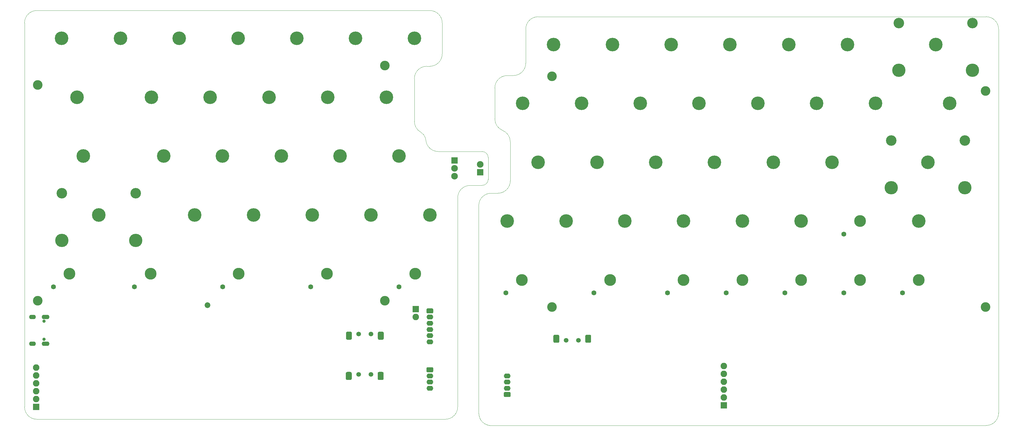
<source format=gbr>
G04 #@! TF.GenerationSoftware,KiCad,Pcbnew,(5.1.4)-1*
G04 #@! TF.CreationDate,2020-03-09T13:06:10+09:00*
G04 #@! TF.ProjectId,skc03,736b6330-332e-46b6-9963-61645f706362,03*
G04 #@! TF.SameCoordinates,PX7565b60PY115170f0*
G04 #@! TF.FileFunction,Soldermask,Top*
G04 #@! TF.FilePolarity,Negative*
%FSLAX46Y46*%
G04 Gerber Fmt 4.6, Leading zero omitted, Abs format (unit mm)*
G04 Created by KiCad (PCBNEW (5.1.4)-1) date 2020-03-09 13:06:10*
%MOMM*%
%LPD*%
G04 APERTURE LIST*
%ADD10C,0.100000*%
%ADD11C,4.300000*%
%ADD12C,3.400000*%
%ADD13C,4.400000*%
%ADD14C,1.600000*%
%ADD15C,3.800000*%
%ADD16C,4.387800*%
%ADD17C,3.100000*%
%ADD18C,1.050000*%
%ADD19O,2.500000X1.400000*%
%ADD20O,2.200000X1.400000*%
%ADD21O,2.100000X2.100000*%
%ADD22R,2.100000X2.100000*%
%ADD23C,1.850000*%
%ADD24C,0.150000*%
%ADD25C,1.900000*%
%ADD26C,1.520000*%
%ADD27C,2.150000*%
%ADD28R,2.150000X2.150000*%
%ADD29O,2.150000X1.600000*%
G04 APERTURE END LIST*
D10*
X160228499Y7380001D02*
X320228499Y7380001D01*
X156228499Y73830000D02*
X156228499Y78380000D01*
X9424988Y14702327D02*
X9424987Y137379276D01*
X324228499Y11380001D02*
G75*
G02X320228499Y7380001I-4000000J0D01*
G01*
X144422749Y127380726D02*
X144422749Y137379276D01*
X171417299Y135380001D02*
G75*
G02X175417299Y139380001I4000000J0D01*
G01*
X171417299Y135380001D02*
X171417299Y124380000D01*
X13424987Y141379275D02*
X140422750Y141379275D01*
X171417299Y124380000D02*
G75*
G02X167417299Y120380000I-4000000J0D01*
G01*
X320228499Y139380001D02*
G75*
G02X324228499Y135380001I0J-4000000D01*
G01*
X324228499Y11380001D02*
X324228499Y135380001D01*
X165424999Y120380001D02*
X167417299Y120380001D01*
X161425000Y116380001D02*
G75*
G02X165424999Y120380000I3999999J0D01*
G01*
X320228499Y139380001D02*
X175417299Y139380000D01*
X9424988Y137379276D02*
G75*
G02X13424987Y141379275I3999999J0D01*
G01*
X140422750Y141379275D02*
G75*
G02X144422749Y137379276I0J-3999999D01*
G01*
X137476198Y102095543D02*
G75*
G02X135423087Y105589770I1946889J3494227D01*
G01*
X161424999Y106380001D02*
X161425000Y116380001D01*
X163924999Y102671902D02*
G75*
G02X161424999Y106380001I1500000J3708099D01*
G01*
X163925000Y102671900D02*
G75*
G02X166424999Y98963802I-1500000J-3708098D01*
G01*
X166424999Y86380000D02*
X166424999Y98963802D01*
X166424999Y86380000D02*
G75*
G02X162424999Y82380000I-4000000J0D01*
G01*
X160228499Y82380000D02*
X162424999Y82380000D01*
X156228499Y78380000D02*
G75*
G02X160228499Y82380000I4000000J0D01*
G01*
X156228499Y11380001D02*
X156228499Y73830000D01*
X149424988Y80899507D02*
X149424988Y13379275D01*
X149424988Y80899506D02*
G75*
G02X153424976Y84899507I4000000J1D01*
G01*
X157294948Y84899519D02*
X153424976Y84899507D01*
X159294942Y86899517D02*
G75*
G02X157294948Y84899519I-1999999J1D01*
G01*
X159294943Y93859517D02*
X159294943Y86899518D01*
X157294943Y95859517D02*
G75*
G02X159294943Y93859517I0J-2000000D01*
G01*
X143119168Y95859515D02*
X157294942Y95859517D01*
X143119169Y95859515D02*
G75*
G02X139140013Y99451681I-1J4000000D01*
G01*
X138949998Y100325416D02*
G75*
G02X139140013Y99451681I-3789139J-1281568D01*
G01*
X137476198Y102095543D02*
G75*
G02X138949998Y100325416I-1557511J-2795381D01*
G01*
X156247761Y10987932D02*
X156228499Y11380001D01*
X156305358Y10599639D02*
X156247761Y10987932D01*
X156400738Y10218862D02*
X156305358Y10599639D01*
X156532981Y9849267D02*
X156400738Y10218862D01*
X156700814Y9494414D02*
X156532981Y9849267D01*
X156902621Y9157720D02*
X156700814Y9494414D01*
X157136458Y8842427D02*
X156902621Y9157720D01*
X157400072Y8551573D02*
X157136458Y8842427D01*
X157690926Y8287959D02*
X157400072Y8551573D01*
X158006219Y8054122D02*
X157690926Y8287959D01*
X158342913Y7852315D02*
X158006219Y8054122D01*
X158697766Y7684482D02*
X158342913Y7852315D01*
X159067361Y7552239D02*
X158697766Y7684482D01*
X159448138Y7456859D02*
X159067361Y7552239D01*
X159836431Y7399262D02*
X159448138Y7456859D01*
X160228499Y7380001D02*
X159836431Y7399262D01*
X149424988Y13379275D02*
G75*
G02X145424988Y9379275I-4000000J0D01*
G01*
X135423087Y119380727D02*
X135423087Y105589770D01*
X135423088Y119380727D02*
G75*
G02X139423087Y123380726I3999999J0D01*
G01*
X140422750Y123380727D02*
X139423087Y123380726D01*
X144422749Y127380726D02*
G75*
G02X140422750Y123380727I-3999999J0D01*
G01*
X145424988Y9379275D02*
X13424987Y9379275D01*
X9424987Y13379275D02*
X9424988Y14702327D01*
X13424987Y9379275D02*
G75*
G02X9424987Y13379275I0J4000000D01*
G01*
D11*
G04 #@! TO.C,SW39*
X315824999Y122125001D03*
X292024999Y122125001D03*
D12*
X315824999Y137365001D03*
X292024999Y137365001D03*
D13*
X303924999Y130380001D03*
G04 #@! TD*
D14*
G04 #@! TO.C,SW69*
X293204999Y50180001D03*
D15*
X298424999Y54380001D03*
G04 #@! TD*
D14*
G04 #@! TO.C,SW66*
X217204999Y50180001D03*
D15*
X222424999Y54380001D03*
G04 #@! TD*
D14*
G04 #@! TO.C,SW70*
X274204999Y50180001D03*
D15*
X279424999Y54380001D03*
G04 #@! TD*
D14*
G04 #@! TO.C,SW61*
X274204999Y69180001D03*
D15*
X279424999Y73380001D03*
G04 #@! TD*
D14*
G04 #@! TO.C,SW68*
X255204999Y50180001D03*
D15*
X260424999Y54380001D03*
G04 #@! TD*
D14*
G04 #@! TO.C,SW67*
X236204999Y50180001D03*
D15*
X241424999Y54380001D03*
G04 #@! TD*
D14*
G04 #@! TO.C,SW28*
X73455000Y52180000D03*
D15*
X78675000Y56380000D03*
G04 #@! TD*
D14*
G04 #@! TO.C,SW29*
X101955000Y52180000D03*
D15*
X107175000Y56380000D03*
G04 #@! TD*
D14*
G04 #@! TO.C,SW27*
X44955000Y52180000D03*
D15*
X50175000Y56380000D03*
G04 #@! TD*
D14*
G04 #@! TO.C,SW65*
X193454999Y50180001D03*
D15*
X198674999Y54380001D03*
G04 #@! TD*
D14*
G04 #@! TO.C,SW64*
X164954999Y50180001D03*
D15*
X170174999Y54380001D03*
G04 #@! TD*
D14*
G04 #@! TO.C,SW30*
X130455000Y52180000D03*
D15*
X135675000Y56380000D03*
G04 #@! TD*
D14*
G04 #@! TO.C,SW26*
X18736960Y52180000D03*
D15*
X23956960Y56380000D03*
G04 #@! TD*
D11*
G04 #@! TO.C,SW20*
X45325000Y67125000D03*
X21525000Y67125000D03*
D12*
X45325000Y82365000D03*
X21525000Y82365000D03*
D13*
X33425000Y75380000D03*
G04 #@! TD*
D11*
G04 #@! TO.C,SW54*
X313324999Y84125001D03*
X289524999Y84125001D03*
D12*
X313324999Y99365001D03*
X289524999Y99365001D03*
D13*
X301424999Y92380001D03*
G04 #@! TD*
G04 #@! TO.C,SW14*
X28425000Y94380000D03*
G04 #@! TD*
G04 #@! TO.C,SW47*
X308424999Y111380001D03*
G04 #@! TD*
G04 #@! TO.C,SW8*
X26425000Y113380000D03*
G04 #@! TD*
D16*
G04 #@! TO.C,SW3*
X59425000Y132380000D03*
G04 #@! TD*
G04 #@! TO.C,SW19*
X130425000Y94380000D03*
G04 #@! TD*
G04 #@! TO.C,SW6*
X116425000Y132380000D03*
G04 #@! TD*
G04 #@! TO.C,SW24*
X121425000Y75380000D03*
G04 #@! TD*
G04 #@! TO.C,SW44*
X246424999Y111380001D03*
G04 #@! TD*
G04 #@! TO.C,SW62*
X298424999Y73380001D03*
G04 #@! TD*
G04 #@! TO.C,SW60*
X260424999Y73380001D03*
G04 #@! TD*
G04 #@! TO.C,SW25*
X140425000Y75380000D03*
G04 #@! TD*
G04 #@! TO.C,SW38*
X275424999Y130380001D03*
G04 #@! TD*
G04 #@! TO.C,SW59*
X241424999Y73380001D03*
G04 #@! TD*
G04 #@! TO.C,SW58*
X222424999Y73380001D03*
G04 #@! TD*
G04 #@! TO.C,SW57*
X203424999Y73380001D03*
G04 #@! TD*
G04 #@! TO.C,SW56*
X184424999Y73380001D03*
G04 #@! TD*
G04 #@! TO.C,SW55*
X165424999Y73380001D03*
G04 #@! TD*
G04 #@! TO.C,SW53*
X270424999Y92380001D03*
G04 #@! TD*
G04 #@! TO.C,SW52*
X251424999Y92380001D03*
G04 #@! TD*
G04 #@! TO.C,SW51*
X232424999Y92380001D03*
G04 #@! TD*
G04 #@! TO.C,SW50*
X213424999Y92380001D03*
G04 #@! TD*
G04 #@! TO.C,SW49*
X194424999Y92380001D03*
G04 #@! TD*
G04 #@! TO.C,SW48*
X175424999Y92380001D03*
G04 #@! TD*
G04 #@! TO.C,SW46*
X284424999Y111380001D03*
G04 #@! TD*
G04 #@! TO.C,SW45*
X265424999Y111380001D03*
G04 #@! TD*
G04 #@! TO.C,SW43*
X227424999Y111380001D03*
G04 #@! TD*
G04 #@! TO.C,SW42*
X208424999Y111380001D03*
G04 #@! TD*
G04 #@! TO.C,SW41*
X189424999Y111380001D03*
G04 #@! TD*
G04 #@! TO.C,SW40*
X170424999Y111380001D03*
G04 #@! TD*
G04 #@! TO.C,SW37*
X256424999Y130380001D03*
G04 #@! TD*
G04 #@! TO.C,SW36*
X237424999Y130380001D03*
G04 #@! TD*
G04 #@! TO.C,SW35*
X218424999Y130380001D03*
G04 #@! TD*
G04 #@! TO.C,SW34*
X199424999Y130380001D03*
G04 #@! TD*
G04 #@! TO.C,SW33*
X180424999Y130380001D03*
G04 #@! TD*
G04 #@! TO.C,SW23*
X102425000Y75380000D03*
G04 #@! TD*
G04 #@! TO.C,SW22*
X83425000Y75380000D03*
G04 #@! TD*
G04 #@! TO.C,SW21*
X64425000Y75380000D03*
G04 #@! TD*
G04 #@! TO.C,SW18*
X111425000Y94380000D03*
G04 #@! TD*
G04 #@! TO.C,SW17*
X92425000Y94380000D03*
G04 #@! TD*
G04 #@! TO.C,SW16*
X73425000Y94380000D03*
G04 #@! TD*
G04 #@! TO.C,SW15*
X54425000Y94380000D03*
G04 #@! TD*
G04 #@! TO.C,SW13*
X126425000Y113380000D03*
G04 #@! TD*
G04 #@! TO.C,SW12*
X107425000Y113380000D03*
G04 #@! TD*
G04 #@! TO.C,SW11*
X88425000Y113380000D03*
G04 #@! TD*
G04 #@! TO.C,SW10*
X69425000Y113380000D03*
G04 #@! TD*
G04 #@! TO.C,SW9*
X50425000Y113380000D03*
G04 #@! TD*
G04 #@! TO.C,SW7*
X135425000Y132380000D03*
G04 #@! TD*
G04 #@! TO.C,SW5*
X97425000Y132380000D03*
G04 #@! TD*
G04 #@! TO.C,SW4*
X78425000Y132380000D03*
G04 #@! TD*
G04 #@! TO.C,SW2*
X40425000Y132380000D03*
G04 #@! TD*
G04 #@! TO.C,SW1*
X21425000Y132380000D03*
G04 #@! TD*
D17*
G04 #@! TO.C,H\002A\002A*
X13654988Y47642760D03*
G04 #@! TD*
G04 #@! TO.C,H\002A\002A*
X319998499Y45630000D03*
G04 #@! TD*
G04 #@! TO.C,H\002A\002A*
X319998499Y115380001D03*
G04 #@! TD*
G04 #@! TO.C,H\002A\002A*
X179924999Y120126341D03*
G04 #@! TD*
G04 #@! TO.C,H\002A\002A*
X179924999Y45630000D03*
G04 #@! TD*
G04 #@! TO.C,H\002A\002A*
X125900487Y47629275D03*
G04 #@! TD*
G04 #@! TO.C,H\002A\002A*
X125900487Y123633671D03*
G04 #@! TD*
G04 #@! TO.C,H\002A\002A*
X13654988Y117379276D03*
G04 #@! TD*
D18*
G04 #@! TO.C,J5*
X15700000Y41020000D03*
X15700000Y35240000D03*
D19*
X16200000Y33810000D03*
X16200000Y42450000D03*
D20*
X12020000Y33810000D03*
X12020000Y42450000D03*
G04 #@! TD*
D21*
G04 #@! TO.C,J7*
X135890000Y42418000D03*
D22*
X135890000Y44958000D03*
G04 #@! TD*
D23*
G04 #@! TO.C,HWB1*
X68580000Y46228000D03*
G04 #@! TD*
D21*
G04 #@! TO.C,J4*
X235424999Y26580001D03*
X235424999Y24040001D03*
X235424999Y21500001D03*
X235424999Y18960001D03*
X235424999Y16420001D03*
D22*
X235424999Y13880001D03*
G04 #@! TD*
D21*
G04 #@! TO.C,J1*
X13174999Y26080001D03*
X13174999Y23540001D03*
X13174999Y21000001D03*
X13174999Y18460001D03*
X13174999Y15920001D03*
D22*
X13174999Y13380001D03*
G04 #@! TD*
D24*
G04 #@! TO.C,SW31*
G36*
X125046556Y24677714D02*
G01*
X125092666Y24670874D01*
X125137883Y24659548D01*
X125181773Y24643844D01*
X125223911Y24623914D01*
X125263894Y24599949D01*
X125301335Y24572181D01*
X125335874Y24540877D01*
X125367178Y24506338D01*
X125394946Y24468897D01*
X125418911Y24428914D01*
X125438841Y24386776D01*
X125454545Y24342886D01*
X125465871Y24297669D01*
X125472711Y24251559D01*
X125474998Y24205001D01*
X125474998Y22555001D01*
X125472711Y22508443D01*
X125465871Y22462333D01*
X125454545Y22417116D01*
X125438841Y22373226D01*
X125418911Y22331088D01*
X125394946Y22291105D01*
X125367178Y22253664D01*
X125335874Y22219125D01*
X125301335Y22187821D01*
X125263894Y22160053D01*
X125223911Y22136088D01*
X125181773Y22116158D01*
X125137883Y22100454D01*
X125092666Y22089128D01*
X125046556Y22082288D01*
X124999998Y22080001D01*
X124049998Y22080001D01*
X124003440Y22082288D01*
X123957330Y22089128D01*
X123912113Y22100454D01*
X123868223Y22116158D01*
X123826085Y22136088D01*
X123786102Y22160053D01*
X123748661Y22187821D01*
X123714122Y22219125D01*
X123682818Y22253664D01*
X123655050Y22291105D01*
X123631085Y22331088D01*
X123611155Y22373226D01*
X123595451Y22417116D01*
X123584125Y22462333D01*
X123577285Y22508443D01*
X123574998Y22555001D01*
X123574998Y24205001D01*
X123577285Y24251559D01*
X123584125Y24297669D01*
X123595451Y24342886D01*
X123611155Y24386776D01*
X123631085Y24428914D01*
X123655050Y24468897D01*
X123682818Y24506338D01*
X123714122Y24540877D01*
X123748661Y24572181D01*
X123786102Y24599949D01*
X123826085Y24623914D01*
X123868223Y24643844D01*
X123912113Y24659548D01*
X123957330Y24670874D01*
X124003440Y24677714D01*
X124049998Y24680001D01*
X124999998Y24680001D01*
X125046556Y24677714D01*
X125046556Y24677714D01*
G37*
D25*
X124524998Y23380001D03*
D24*
G36*
X114746556Y24677714D02*
G01*
X114792666Y24670874D01*
X114837883Y24659548D01*
X114881773Y24643844D01*
X114923911Y24623914D01*
X114963894Y24599949D01*
X115001335Y24572181D01*
X115035874Y24540877D01*
X115067178Y24506338D01*
X115094946Y24468897D01*
X115118911Y24428914D01*
X115138841Y24386776D01*
X115154545Y24342886D01*
X115165871Y24297669D01*
X115172711Y24251559D01*
X115174998Y24205001D01*
X115174998Y22555001D01*
X115172711Y22508443D01*
X115165871Y22462333D01*
X115154545Y22417116D01*
X115138841Y22373226D01*
X115118911Y22331088D01*
X115094946Y22291105D01*
X115067178Y22253664D01*
X115035874Y22219125D01*
X115001335Y22187821D01*
X114963894Y22160053D01*
X114923911Y22136088D01*
X114881773Y22116158D01*
X114837883Y22100454D01*
X114792666Y22089128D01*
X114746556Y22082288D01*
X114699998Y22080001D01*
X113749998Y22080001D01*
X113703440Y22082288D01*
X113657330Y22089128D01*
X113612113Y22100454D01*
X113568223Y22116158D01*
X113526085Y22136088D01*
X113486102Y22160053D01*
X113448661Y22187821D01*
X113414122Y22219125D01*
X113382818Y22253664D01*
X113355050Y22291105D01*
X113331085Y22331088D01*
X113311155Y22373226D01*
X113295451Y22417116D01*
X113284125Y22462333D01*
X113277285Y22508443D01*
X113274998Y22555001D01*
X113274998Y24205001D01*
X113277285Y24251559D01*
X113284125Y24297669D01*
X113295451Y24342886D01*
X113311155Y24386776D01*
X113331085Y24428914D01*
X113355050Y24468897D01*
X113382818Y24506338D01*
X113414122Y24540877D01*
X113448661Y24572181D01*
X113486102Y24599949D01*
X113526085Y24623914D01*
X113568223Y24643844D01*
X113612113Y24659548D01*
X113657330Y24670874D01*
X113703440Y24677714D01*
X113749998Y24680001D01*
X114699998Y24680001D01*
X114746556Y24677714D01*
X114746556Y24677714D01*
G37*
D25*
X114224998Y23380001D03*
D26*
X121374998Y23880001D03*
X117374998Y23880001D03*
G04 #@! TD*
D24*
G04 #@! TO.C,SW32*
G36*
X125096558Y37677713D02*
G01*
X125142668Y37670873D01*
X125187885Y37659547D01*
X125231775Y37643843D01*
X125273913Y37623913D01*
X125313896Y37599948D01*
X125351337Y37572180D01*
X125385876Y37540876D01*
X125417180Y37506337D01*
X125444948Y37468896D01*
X125468913Y37428913D01*
X125488843Y37386775D01*
X125504547Y37342885D01*
X125515873Y37297668D01*
X125522713Y37251558D01*
X125525000Y37205000D01*
X125525000Y35555000D01*
X125522713Y35508442D01*
X125515873Y35462332D01*
X125504547Y35417115D01*
X125488843Y35373225D01*
X125468913Y35331087D01*
X125444948Y35291104D01*
X125417180Y35253663D01*
X125385876Y35219124D01*
X125351337Y35187820D01*
X125313896Y35160052D01*
X125273913Y35136087D01*
X125231775Y35116157D01*
X125187885Y35100453D01*
X125142668Y35089127D01*
X125096558Y35082287D01*
X125050000Y35080000D01*
X124100000Y35080000D01*
X124053442Y35082287D01*
X124007332Y35089127D01*
X123962115Y35100453D01*
X123918225Y35116157D01*
X123876087Y35136087D01*
X123836104Y35160052D01*
X123798663Y35187820D01*
X123764124Y35219124D01*
X123732820Y35253663D01*
X123705052Y35291104D01*
X123681087Y35331087D01*
X123661157Y35373225D01*
X123645453Y35417115D01*
X123634127Y35462332D01*
X123627287Y35508442D01*
X123625000Y35555000D01*
X123625000Y37205000D01*
X123627287Y37251558D01*
X123634127Y37297668D01*
X123645453Y37342885D01*
X123661157Y37386775D01*
X123681087Y37428913D01*
X123705052Y37468896D01*
X123732820Y37506337D01*
X123764124Y37540876D01*
X123798663Y37572180D01*
X123836104Y37599948D01*
X123876087Y37623913D01*
X123918225Y37643843D01*
X123962115Y37659547D01*
X124007332Y37670873D01*
X124053442Y37677713D01*
X124100000Y37680000D01*
X125050000Y37680000D01*
X125096558Y37677713D01*
X125096558Y37677713D01*
G37*
D25*
X124575000Y36380000D03*
D24*
G36*
X114796558Y37677713D02*
G01*
X114842668Y37670873D01*
X114887885Y37659547D01*
X114931775Y37643843D01*
X114973913Y37623913D01*
X115013896Y37599948D01*
X115051337Y37572180D01*
X115085876Y37540876D01*
X115117180Y37506337D01*
X115144948Y37468896D01*
X115168913Y37428913D01*
X115188843Y37386775D01*
X115204547Y37342885D01*
X115215873Y37297668D01*
X115222713Y37251558D01*
X115225000Y37205000D01*
X115225000Y35555000D01*
X115222713Y35508442D01*
X115215873Y35462332D01*
X115204547Y35417115D01*
X115188843Y35373225D01*
X115168913Y35331087D01*
X115144948Y35291104D01*
X115117180Y35253663D01*
X115085876Y35219124D01*
X115051337Y35187820D01*
X115013896Y35160052D01*
X114973913Y35136087D01*
X114931775Y35116157D01*
X114887885Y35100453D01*
X114842668Y35089127D01*
X114796558Y35082287D01*
X114750000Y35080000D01*
X113800000Y35080000D01*
X113753442Y35082287D01*
X113707332Y35089127D01*
X113662115Y35100453D01*
X113618225Y35116157D01*
X113576087Y35136087D01*
X113536104Y35160052D01*
X113498663Y35187820D01*
X113464124Y35219124D01*
X113432820Y35253663D01*
X113405052Y35291104D01*
X113381087Y35331087D01*
X113361157Y35373225D01*
X113345453Y35417115D01*
X113334127Y35462332D01*
X113327287Y35508442D01*
X113325000Y35555000D01*
X113325000Y37205000D01*
X113327287Y37251558D01*
X113334127Y37297668D01*
X113345453Y37342885D01*
X113361157Y37386775D01*
X113381087Y37428913D01*
X113405052Y37468896D01*
X113432820Y37506337D01*
X113464124Y37540876D01*
X113498663Y37572180D01*
X113536104Y37599948D01*
X113576087Y37623913D01*
X113618225Y37643843D01*
X113662115Y37659547D01*
X113707332Y37670873D01*
X113753442Y37677713D01*
X113800000Y37680000D01*
X114750000Y37680000D01*
X114796558Y37677713D01*
X114796558Y37677713D01*
G37*
D25*
X114275000Y36380000D03*
D26*
X121425000Y36880000D03*
X117425000Y36880000D03*
G04 #@! TD*
D24*
G04 #@! TO.C,SW63*
G36*
X181821557Y36677714D02*
G01*
X181867667Y36670874D01*
X181912884Y36659548D01*
X181956774Y36643844D01*
X181998912Y36623914D01*
X182038895Y36599949D01*
X182076336Y36572181D01*
X182110875Y36540877D01*
X182142179Y36506338D01*
X182169947Y36468897D01*
X182193912Y36428914D01*
X182213842Y36386776D01*
X182229546Y36342886D01*
X182240872Y36297669D01*
X182247712Y36251559D01*
X182249999Y36205001D01*
X182249999Y34555001D01*
X182247712Y34508443D01*
X182240872Y34462333D01*
X182229546Y34417116D01*
X182213842Y34373226D01*
X182193912Y34331088D01*
X182169947Y34291105D01*
X182142179Y34253664D01*
X182110875Y34219125D01*
X182076336Y34187821D01*
X182038895Y34160053D01*
X181998912Y34136088D01*
X181956774Y34116158D01*
X181912884Y34100454D01*
X181867667Y34089128D01*
X181821557Y34082288D01*
X181774999Y34080001D01*
X180824999Y34080001D01*
X180778441Y34082288D01*
X180732331Y34089128D01*
X180687114Y34100454D01*
X180643224Y34116158D01*
X180601086Y34136088D01*
X180561103Y34160053D01*
X180523662Y34187821D01*
X180489123Y34219125D01*
X180457819Y34253664D01*
X180430051Y34291105D01*
X180406086Y34331088D01*
X180386156Y34373226D01*
X180370452Y34417116D01*
X180359126Y34462333D01*
X180352286Y34508443D01*
X180349999Y34555001D01*
X180349999Y36205001D01*
X180352286Y36251559D01*
X180359126Y36297669D01*
X180370452Y36342886D01*
X180386156Y36386776D01*
X180406086Y36428914D01*
X180430051Y36468897D01*
X180457819Y36506338D01*
X180489123Y36540877D01*
X180523662Y36572181D01*
X180561103Y36599949D01*
X180601086Y36623914D01*
X180643224Y36643844D01*
X180687114Y36659548D01*
X180732331Y36670874D01*
X180778441Y36677714D01*
X180824999Y36680001D01*
X181774999Y36680001D01*
X181821557Y36677714D01*
X181821557Y36677714D01*
G37*
D25*
X181299999Y35380001D03*
D24*
G36*
X192121557Y36677714D02*
G01*
X192167667Y36670874D01*
X192212884Y36659548D01*
X192256774Y36643844D01*
X192298912Y36623914D01*
X192338895Y36599949D01*
X192376336Y36572181D01*
X192410875Y36540877D01*
X192442179Y36506338D01*
X192469947Y36468897D01*
X192493912Y36428914D01*
X192513842Y36386776D01*
X192529546Y36342886D01*
X192540872Y36297669D01*
X192547712Y36251559D01*
X192549999Y36205001D01*
X192549999Y34555001D01*
X192547712Y34508443D01*
X192540872Y34462333D01*
X192529546Y34417116D01*
X192513842Y34373226D01*
X192493912Y34331088D01*
X192469947Y34291105D01*
X192442179Y34253664D01*
X192410875Y34219125D01*
X192376336Y34187821D01*
X192338895Y34160053D01*
X192298912Y34136088D01*
X192256774Y34116158D01*
X192212884Y34100454D01*
X192167667Y34089128D01*
X192121557Y34082288D01*
X192074999Y34080001D01*
X191124999Y34080001D01*
X191078441Y34082288D01*
X191032331Y34089128D01*
X190987114Y34100454D01*
X190943224Y34116158D01*
X190901086Y34136088D01*
X190861103Y34160053D01*
X190823662Y34187821D01*
X190789123Y34219125D01*
X190757819Y34253664D01*
X190730051Y34291105D01*
X190706086Y34331088D01*
X190686156Y34373226D01*
X190670452Y34417116D01*
X190659126Y34462333D01*
X190652286Y34508443D01*
X190649999Y34555001D01*
X190649999Y36205001D01*
X190652286Y36251559D01*
X190659126Y36297669D01*
X190670452Y36342886D01*
X190686156Y36386776D01*
X190706086Y36428914D01*
X190730051Y36468897D01*
X190757819Y36506338D01*
X190789123Y36540877D01*
X190823662Y36572181D01*
X190861103Y36599949D01*
X190901086Y36623914D01*
X190943224Y36643844D01*
X190987114Y36659548D01*
X191032331Y36670874D01*
X191078441Y36677714D01*
X191124999Y36680001D01*
X192074999Y36680001D01*
X192121557Y36677714D01*
X192121557Y36677714D01*
G37*
D25*
X191599999Y35380001D03*
D26*
X184449999Y34880001D03*
X188449999Y34880001D03*
G04 #@! TD*
D27*
G04 #@! TO.C,Q100*
X156679943Y91649516D03*
D28*
X156679943Y89109516D03*
G04 #@! TD*
D29*
G04 #@! TO.C,J6*
X140425000Y34380000D03*
X140425000Y36380000D03*
X140425000Y38380000D03*
X140425000Y40380000D03*
X140425000Y42380000D03*
D24*
G36*
X141199340Y45178395D02*
G01*
X141231698Y45173595D01*
X141263429Y45165647D01*
X141294229Y45154627D01*
X141323800Y45140641D01*
X141351857Y45123823D01*
X141378132Y45104337D01*
X141402369Y45082369D01*
X141424337Y45058132D01*
X141443823Y45031857D01*
X141460641Y45003800D01*
X141474627Y44974229D01*
X141485647Y44943429D01*
X141493595Y44911698D01*
X141498395Y44879340D01*
X141500000Y44846668D01*
X141500000Y43913332D01*
X141498395Y43880660D01*
X141493595Y43848302D01*
X141485647Y43816571D01*
X141474627Y43785771D01*
X141460641Y43756200D01*
X141443823Y43728143D01*
X141424337Y43701868D01*
X141402369Y43677631D01*
X141378132Y43655663D01*
X141351857Y43636177D01*
X141323800Y43619359D01*
X141294229Y43605373D01*
X141263429Y43594353D01*
X141231698Y43586405D01*
X141199340Y43581605D01*
X141166668Y43580000D01*
X139683332Y43580000D01*
X139650660Y43581605D01*
X139618302Y43586405D01*
X139586571Y43594353D01*
X139555771Y43605373D01*
X139526200Y43619359D01*
X139498143Y43636177D01*
X139471868Y43655663D01*
X139447631Y43677631D01*
X139425663Y43701868D01*
X139406177Y43728143D01*
X139389359Y43756200D01*
X139375373Y43785771D01*
X139364353Y43816571D01*
X139356405Y43848302D01*
X139351605Y43880660D01*
X139350000Y43913332D01*
X139350000Y44846668D01*
X139351605Y44879340D01*
X139356405Y44911698D01*
X139364353Y44943429D01*
X139375373Y44974229D01*
X139389359Y45003800D01*
X139406177Y45031857D01*
X139425663Y45058132D01*
X139447631Y45082369D01*
X139471868Y45104337D01*
X139498143Y45123823D01*
X139526200Y45140641D01*
X139555771Y45154627D01*
X139586571Y45165647D01*
X139618302Y45173595D01*
X139650660Y45178395D01*
X139683332Y45180000D01*
X141166668Y45180000D01*
X141199340Y45178395D01*
X141199340Y45178395D01*
G37*
D14*
X140425000Y44380000D03*
G04 #@! TD*
D29*
G04 #@! TO.C,J3*
X165424999Y23380001D03*
X165424999Y21380001D03*
X165424999Y19380001D03*
D24*
G36*
X166199339Y18178396D02*
G01*
X166231697Y18173596D01*
X166263428Y18165648D01*
X166294228Y18154628D01*
X166323799Y18140642D01*
X166351856Y18123824D01*
X166378131Y18104338D01*
X166402368Y18082370D01*
X166424336Y18058133D01*
X166443822Y18031858D01*
X166460640Y18003801D01*
X166474626Y17974230D01*
X166485646Y17943430D01*
X166493594Y17911699D01*
X166498394Y17879341D01*
X166499999Y17846669D01*
X166499999Y16913333D01*
X166498394Y16880661D01*
X166493594Y16848303D01*
X166485646Y16816572D01*
X166474626Y16785772D01*
X166460640Y16756201D01*
X166443822Y16728144D01*
X166424336Y16701869D01*
X166402368Y16677632D01*
X166378131Y16655664D01*
X166351856Y16636178D01*
X166323799Y16619360D01*
X166294228Y16605374D01*
X166263428Y16594354D01*
X166231697Y16586406D01*
X166199339Y16581606D01*
X166166667Y16580001D01*
X164683331Y16580001D01*
X164650659Y16581606D01*
X164618301Y16586406D01*
X164586570Y16594354D01*
X164555770Y16605374D01*
X164526199Y16619360D01*
X164498142Y16636178D01*
X164471867Y16655664D01*
X164447630Y16677632D01*
X164425662Y16701869D01*
X164406176Y16728144D01*
X164389358Y16756201D01*
X164375372Y16785772D01*
X164364352Y16816572D01*
X164356404Y16848303D01*
X164351604Y16880661D01*
X164349999Y16913333D01*
X164349999Y17846669D01*
X164351604Y17879341D01*
X164356404Y17911699D01*
X164364352Y17943430D01*
X164375372Y17974230D01*
X164389358Y18003801D01*
X164406176Y18031858D01*
X164425662Y18058133D01*
X164447630Y18082370D01*
X164471867Y18104338D01*
X164498142Y18123824D01*
X164526199Y18140642D01*
X164555770Y18154628D01*
X164586570Y18165648D01*
X164618301Y18173596D01*
X164650659Y18178396D01*
X164683331Y18180001D01*
X166166667Y18180001D01*
X166199339Y18178396D01*
X166199339Y18178396D01*
G37*
D14*
X165424999Y17380001D03*
G04 #@! TD*
D29*
G04 #@! TO.C,J2*
X140425000Y19380000D03*
X140425000Y21380000D03*
X140425000Y23380000D03*
D24*
G36*
X141199340Y26178395D02*
G01*
X141231698Y26173595D01*
X141263429Y26165647D01*
X141294229Y26154627D01*
X141323800Y26140641D01*
X141351857Y26123823D01*
X141378132Y26104337D01*
X141402369Y26082369D01*
X141424337Y26058132D01*
X141443823Y26031857D01*
X141460641Y26003800D01*
X141474627Y25974229D01*
X141485647Y25943429D01*
X141493595Y25911698D01*
X141498395Y25879340D01*
X141500000Y25846668D01*
X141500000Y24913332D01*
X141498395Y24880660D01*
X141493595Y24848302D01*
X141485647Y24816571D01*
X141474627Y24785771D01*
X141460641Y24756200D01*
X141443823Y24728143D01*
X141424337Y24701868D01*
X141402369Y24677631D01*
X141378132Y24655663D01*
X141351857Y24636177D01*
X141323800Y24619359D01*
X141294229Y24605373D01*
X141263429Y24594353D01*
X141231698Y24586405D01*
X141199340Y24581605D01*
X141166668Y24580000D01*
X139683332Y24580000D01*
X139650660Y24581605D01*
X139618302Y24586405D01*
X139586571Y24594353D01*
X139555771Y24605373D01*
X139526200Y24619359D01*
X139498143Y24636177D01*
X139471868Y24655663D01*
X139447631Y24677631D01*
X139425663Y24701868D01*
X139406177Y24728143D01*
X139389359Y24756200D01*
X139375373Y24785771D01*
X139364353Y24816571D01*
X139356405Y24848302D01*
X139351605Y24880660D01*
X139350000Y24913332D01*
X139350000Y25846668D01*
X139351605Y25879340D01*
X139356405Y25911698D01*
X139364353Y25943429D01*
X139375373Y25974229D01*
X139389359Y26003800D01*
X139406177Y26031857D01*
X139425663Y26058132D01*
X139447631Y26082369D01*
X139471868Y26104337D01*
X139498143Y26123823D01*
X139526200Y26140641D01*
X139555771Y26154627D01*
X139586571Y26165647D01*
X139618302Y26173595D01*
X139650660Y26178395D01*
X139683332Y26180000D01*
X141166668Y26180000D01*
X141199340Y26178395D01*
X141199340Y26178395D01*
G37*
D14*
X140425000Y25380000D03*
G04 #@! TD*
D28*
G04 #@! TO.C,Q1*
X148424943Y92919516D03*
D27*
X148424943Y90379516D03*
X148424943Y87839516D03*
G04 #@! TD*
M02*

</source>
